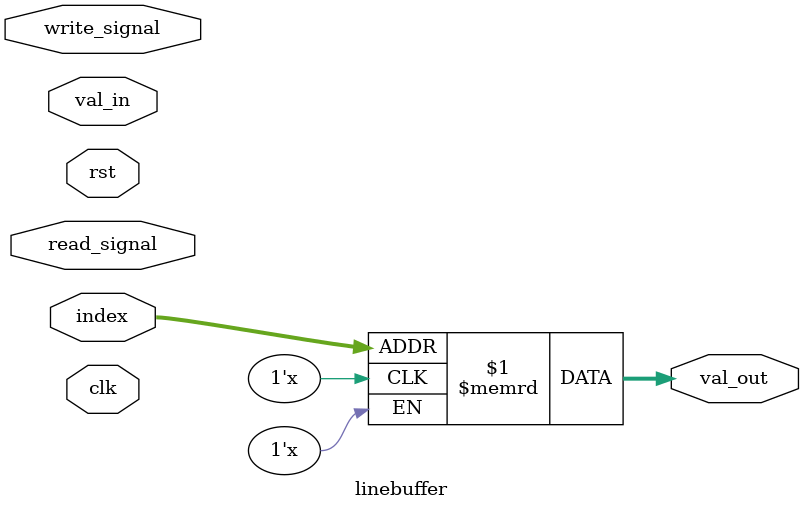
<source format=v>
module linebuffer(
    input clk,
    input rst,
    input [5:0] index,
    input [7:0] val_in,
    input write_signal,
    output [7:0] val_out,
    input read_signal
);

reg [2:0] dotcnt;
reg [7:0] linebuffer [62:0];
assign val_out = linebuffer[index];

localparam [2:0]    IDLE = 3'd0,
                    LOAD_DOT = 3'd1;
                    
always@(posedge clk, posedge rst) begin
    if(rst) begin
        dotcnt <= 3'b0;
    end
    else begin

    end

end


endmodule
</source>
